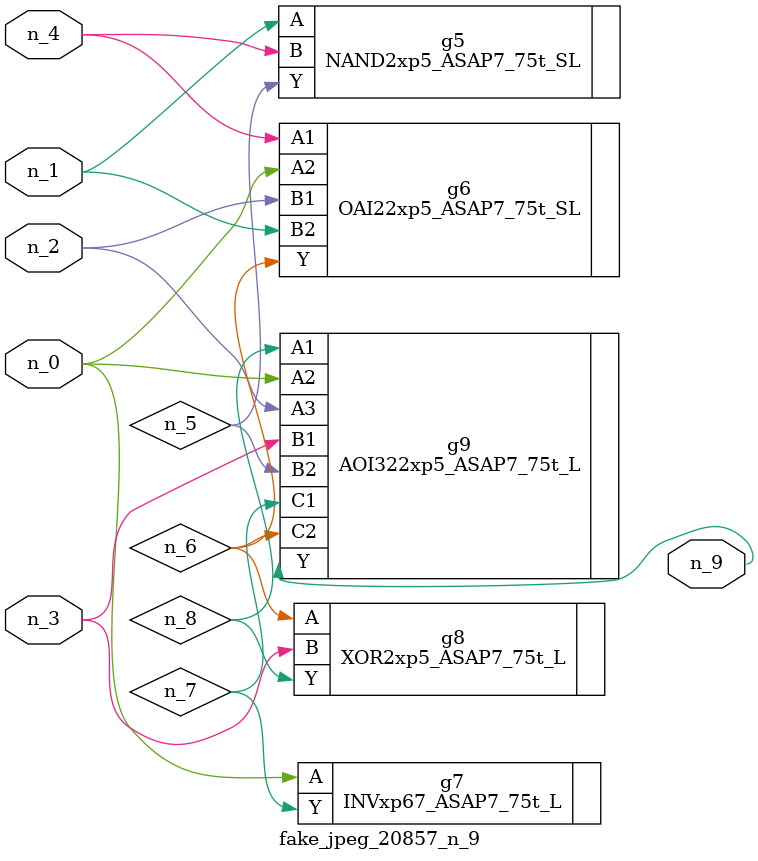
<source format=v>
module fake_jpeg_20857_n_9 (n_3, n_2, n_1, n_0, n_4, n_9);

input n_3;
input n_2;
input n_1;
input n_0;
input n_4;

output n_9;

wire n_8;
wire n_6;
wire n_5;
wire n_7;

NAND2xp5_ASAP7_75t_SL g5 ( 
.A(n_1),
.B(n_4),
.Y(n_5)
);

OAI22xp5_ASAP7_75t_SL g6 ( 
.A1(n_4),
.A2(n_0),
.B1(n_2),
.B2(n_1),
.Y(n_6)
);

INVxp67_ASAP7_75t_L g7 ( 
.A(n_0),
.Y(n_7)
);

XOR2xp5_ASAP7_75t_L g8 ( 
.A(n_6),
.B(n_3),
.Y(n_8)
);

AOI322xp5_ASAP7_75t_L g9 ( 
.A1(n_8),
.A2(n_0),
.A3(n_2),
.B1(n_3),
.B2(n_5),
.C1(n_7),
.C2(n_6),
.Y(n_9)
);


endmodule
</source>
